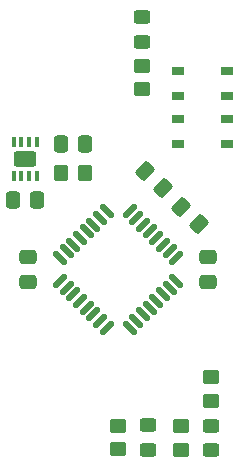
<source format=gbr>
%TF.GenerationSoftware,KiCad,Pcbnew,7.0.7*%
%TF.CreationDate,2024-08-30T14:39:58-05:00*%
%TF.ProjectId,ex4,6578342e-6b69-4636-9164-5f7063625858,rev?*%
%TF.SameCoordinates,Original*%
%TF.FileFunction,Paste,Top*%
%TF.FilePolarity,Positive*%
%FSLAX46Y46*%
G04 Gerber Fmt 4.6, Leading zero omitted, Abs format (unit mm)*
G04 Created by KiCad (PCBNEW 7.0.7) date 2024-08-30 14:39:58*
%MOMM*%
%LPD*%
G01*
G04 APERTURE LIST*
G04 Aperture macros list*
%AMRoundRect*
0 Rectangle with rounded corners*
0 $1 Rounding radius*
0 $2 $3 $4 $5 $6 $7 $8 $9 X,Y pos of 4 corners*
0 Add a 4 corners polygon primitive as box body*
4,1,4,$2,$3,$4,$5,$6,$7,$8,$9,$2,$3,0*
0 Add four circle primitives for the rounded corners*
1,1,$1+$1,$2,$3*
1,1,$1+$1,$4,$5*
1,1,$1+$1,$6,$7*
1,1,$1+$1,$8,$9*
0 Add four rect primitives between the rounded corners*
20,1,$1+$1,$2,$3,$4,$5,0*
20,1,$1+$1,$4,$5,$6,$7,0*
20,1,$1+$1,$6,$7,$8,$9,0*
20,1,$1+$1,$8,$9,$2,$3,0*%
G04 Aperture macros list end*
%ADD10RoundRect,0.250000X0.715000X-0.415000X0.715000X0.415000X-0.715000X0.415000X-0.715000X-0.415000X0*%
%ADD11RoundRect,0.087500X0.087500X-0.337500X0.087500X0.337500X-0.087500X0.337500X-0.087500X-0.337500X0*%
%ADD12RoundRect,0.125000X-0.353553X0.530330X-0.530330X0.353553X0.353553X-0.530330X0.530330X-0.353553X0*%
%ADD13RoundRect,0.125000X0.353553X0.530330X-0.530330X-0.353553X-0.353553X-0.530330X0.530330X0.353553X0*%
%ADD14R,1.050000X0.650000*%
%ADD15RoundRect,0.250000X-0.450000X0.350000X-0.450000X-0.350000X0.450000X-0.350000X0.450000X0.350000X0*%
%ADD16RoundRect,0.250000X0.450000X-0.350000X0.450000X0.350000X-0.450000X0.350000X-0.450000X-0.350000X0*%
%ADD17RoundRect,0.250000X-0.350000X-0.450000X0.350000X-0.450000X0.350000X0.450000X-0.350000X0.450000X0*%
%ADD18RoundRect,0.250000X-0.450000X0.325000X-0.450000X-0.325000X0.450000X-0.325000X0.450000X0.325000X0*%
%ADD19RoundRect,0.250000X0.475000X-0.337500X0.475000X0.337500X-0.475000X0.337500X-0.475000X-0.337500X0*%
%ADD20RoundRect,0.250000X0.574524X0.097227X0.097227X0.574524X-0.574524X-0.097227X-0.097227X-0.574524X0*%
%ADD21RoundRect,0.250000X-0.475000X0.337500X-0.475000X-0.337500X0.475000X-0.337500X0.475000X0.337500X0*%
%ADD22RoundRect,0.250000X-0.574524X-0.097227X-0.097227X-0.574524X0.574524X0.097227X0.097227X0.574524X0*%
%ADD23RoundRect,0.250000X-0.337500X-0.475000X0.337500X-0.475000X0.337500X0.475000X-0.337500X0.475000X0*%
G04 APERTURE END LIST*
D10*
%TO.C,U2*%
X26162000Y-34618000D03*
D11*
X25187000Y-33168000D03*
X25837000Y-33168000D03*
X26487000Y-33168000D03*
X27137000Y-33168000D03*
X27137000Y-36068000D03*
X26487000Y-36068000D03*
X25837000Y-36068000D03*
X25187000Y-36068000D03*
%TD*%
D12*
%TO.C,U1*%
X38968070Y-44914272D03*
X38402384Y-45479957D03*
X37836699Y-46045643D03*
X37271014Y-46611328D03*
X36705328Y-47177014D03*
X36139643Y-47742699D03*
X35573957Y-48308384D03*
X35008272Y-48874070D03*
D13*
X33063728Y-48874070D03*
X32498043Y-48308384D03*
X31932357Y-47742699D03*
X31366672Y-47177014D03*
X30800986Y-46611328D03*
X30235301Y-46045643D03*
X29669616Y-45479957D03*
X29103930Y-44914272D03*
D12*
X29103930Y-42969728D03*
X29669616Y-42404043D03*
X30235301Y-41838357D03*
X30800986Y-41272672D03*
X31366672Y-40706986D03*
X31932357Y-40141301D03*
X32498043Y-39575616D03*
X33063728Y-39009930D03*
D13*
X35008272Y-39009930D03*
X35573957Y-39575616D03*
X36139643Y-40141301D03*
X36705328Y-40706986D03*
X37271014Y-41272672D03*
X37836699Y-41838357D03*
X38402384Y-42404043D03*
X38968070Y-42969728D03*
%TD*%
D14*
%TO.C,SW2*%
X43223000Y-33333000D03*
X39073000Y-33333000D03*
X39073000Y-31183000D03*
X43223000Y-31183000D03*
%TD*%
%TO.C,SW1*%
X39073000Y-27119000D03*
X43223000Y-27119000D03*
X43223000Y-29269000D03*
X39073000Y-29269000D03*
%TD*%
D15*
%TO.C,R5*%
X39370000Y-57191000D03*
X39370000Y-59191000D03*
%TD*%
%TO.C,R4*%
X34036000Y-57159000D03*
X34036000Y-59159000D03*
%TD*%
D16*
%TO.C,R3*%
X36068000Y-28686000D03*
X36068000Y-26686000D03*
%TD*%
D15*
%TO.C,R2*%
X41910000Y-53086000D03*
X41910000Y-55086000D03*
%TD*%
D17*
%TO.C,R1*%
X31226000Y-35814000D03*
X29226000Y-35814000D03*
%TD*%
D18*
%TO.C,D3*%
X41910000Y-57182000D03*
X41910000Y-59232000D03*
%TD*%
%TO.C,D2*%
X36576000Y-57141000D03*
X36576000Y-59191000D03*
%TD*%
%TO.C,D1*%
X36068000Y-22597000D03*
X36068000Y-24647000D03*
%TD*%
D19*
%TO.C,C6*%
X26416000Y-44979500D03*
X26416000Y-42904500D03*
%TD*%
D20*
%TO.C,C5*%
X37817623Y-37055623D03*
X36350377Y-35588377D03*
%TD*%
D21*
%TO.C,C4*%
X41656000Y-42904500D03*
X41656000Y-44979500D03*
%TD*%
D22*
%TO.C,C3*%
X39398377Y-38636377D03*
X40865623Y-40103623D03*
%TD*%
D23*
%TO.C,C2*%
X25103000Y-38100000D03*
X27178000Y-38100000D03*
%TD*%
%TO.C,C1*%
X31263500Y-33348000D03*
X29188500Y-33348000D03*
%TD*%
M02*

</source>
